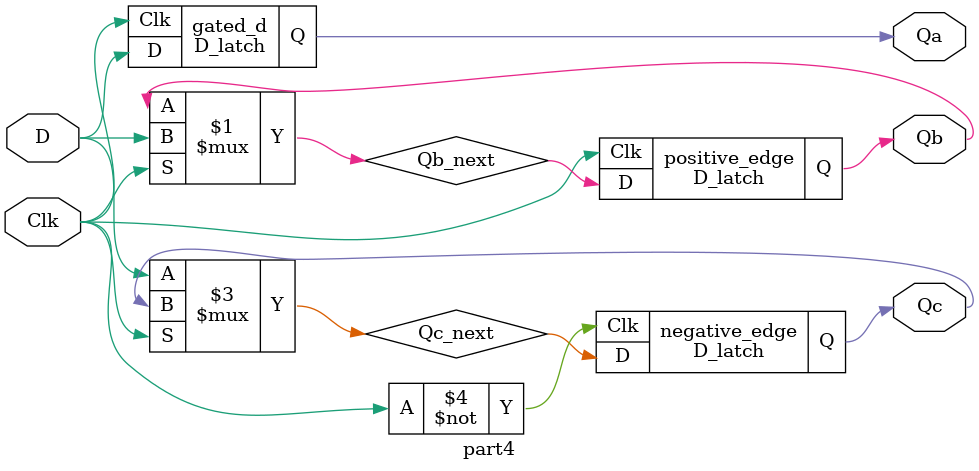
<source format=v>
module D_latch (Clk, D, Q);
    input Clk, D;
    output Q;
    wire Qa, Qb;
    wire S, R, R_g, S_g;
    assign S = D;
    assign R = ~D;
    assign R_g = ~(R & Clk);
    assign S_g = ~(S & Clk);
    assign Qa = ~(S_g & Qb);
    assign Qb = ~(R_g & Qa);
    assign Q = Qa;
endmodule

module part4 (Clk, D, Qa, Qb, Qc);
    input Clk, D;
    output Qa, Qb, Qc;

    D_latch gated_d (.Clk(Clk), .D(D), .Q(Qa));

    wire Qb_next;
    assign Qb_next = Clk ? D : Qb;
    D_latch positive_edge (.Clk(Clk), .D(Qb_next), .Q(Qb));

    wire Qc_next;
    assign Qc_next = ~Clk ? D : Qc;
    D_latch negative_edge (.Clk(~Clk), .D(Qc_next), .Q(Qc));
endmodule

</source>
